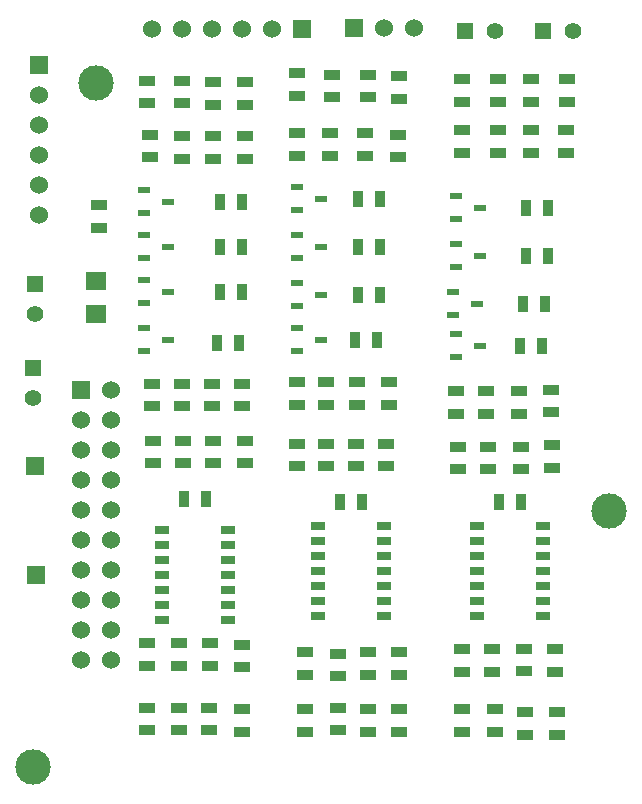
<source format=gts>
G04 (created by PCBNEW (2013-07-07 BZR 4022)-stable) date 22/01/2014 07:55:25*
%MOIN*%
G04 Gerber Fmt 3.4, Leading zero omitted, Abs format*
%FSLAX34Y34*%
G01*
G70*
G90*
G04 APERTURE LIST*
%ADD10C,0.00590551*%
%ADD11C,0.11811*%
%ADD12R,0.06X0.06*%
%ADD13C,0.06*%
%ADD14R,0.0709X0.0629*%
%ADD15R,0.0394X0.0236*%
%ADD16R,0.05X0.025*%
%ADD17R,0.055X0.055*%
%ADD18C,0.055*%
%ADD19R,0.035X0.055*%
%ADD20R,0.055X0.035*%
G04 APERTURE END LIST*
G54D10*
G54D11*
X67600Y-54000D03*
X50500Y-39750D03*
X48400Y-62550D03*
G54D12*
X59100Y-37900D03*
G54D13*
X60100Y-37900D03*
X61100Y-37900D03*
G54D14*
X50500Y-47459D03*
X50500Y-46341D03*
G54D15*
X52084Y-46325D03*
X52916Y-46700D03*
X52084Y-47075D03*
X62484Y-45125D03*
X63316Y-45500D03*
X62484Y-45875D03*
X62484Y-43525D03*
X63316Y-43900D03*
X62484Y-44275D03*
X52084Y-44825D03*
X52916Y-45200D03*
X52084Y-45575D03*
X52084Y-47925D03*
X52916Y-48300D03*
X52084Y-48675D03*
X52084Y-43325D03*
X52916Y-43700D03*
X52084Y-44075D03*
G54D12*
X57350Y-37950D03*
G54D13*
X56350Y-37950D03*
X55350Y-37950D03*
X54350Y-37950D03*
X53350Y-37950D03*
X52350Y-37950D03*
G54D15*
X57184Y-44825D03*
X58016Y-45200D03*
X57184Y-45575D03*
X57184Y-43225D03*
X58016Y-43600D03*
X57184Y-43975D03*
X57184Y-47925D03*
X58016Y-48300D03*
X57184Y-48675D03*
X57184Y-46425D03*
X58016Y-46800D03*
X57184Y-47175D03*
G54D16*
X54900Y-57650D03*
X54900Y-57150D03*
X54900Y-56650D03*
X54900Y-56150D03*
X54900Y-55650D03*
X54900Y-55150D03*
X54900Y-54650D03*
X52700Y-54650D03*
X52700Y-55150D03*
X52700Y-55650D03*
X52700Y-56150D03*
X52700Y-56650D03*
X52700Y-57150D03*
X52700Y-57650D03*
X60100Y-57500D03*
X60100Y-57000D03*
X60100Y-56500D03*
X60100Y-56000D03*
X60100Y-55500D03*
X60100Y-55000D03*
X60100Y-54500D03*
X57900Y-54500D03*
X57900Y-55000D03*
X57900Y-55500D03*
X57900Y-56000D03*
X57900Y-56500D03*
X57900Y-57000D03*
X57900Y-57500D03*
X65400Y-57500D03*
X65400Y-57000D03*
X65400Y-56500D03*
X65400Y-56000D03*
X65400Y-55500D03*
X65400Y-55000D03*
X65400Y-54500D03*
X63200Y-54500D03*
X63200Y-55000D03*
X63200Y-55500D03*
X63200Y-56000D03*
X63200Y-56500D03*
X63200Y-57000D03*
X63200Y-57500D03*
G54D15*
X62384Y-46725D03*
X63216Y-47100D03*
X62384Y-47475D03*
X62484Y-48125D03*
X63316Y-48500D03*
X62484Y-48875D03*
G54D12*
X48500Y-56150D03*
X48450Y-52500D03*
X48600Y-39150D03*
G54D13*
X48600Y-40150D03*
X48600Y-41150D03*
X48600Y-42150D03*
X48600Y-43150D03*
X48600Y-44150D03*
G54D17*
X48400Y-49250D03*
G54D18*
X48400Y-50250D03*
G54D17*
X48450Y-46450D03*
G54D18*
X48450Y-47450D03*
G54D17*
X62800Y-38000D03*
G54D18*
X63800Y-38000D03*
G54D17*
X65400Y-38000D03*
G54D18*
X66400Y-38000D03*
G54D19*
X54175Y-53600D03*
X53425Y-53600D03*
X63925Y-53700D03*
X64675Y-53700D03*
X59375Y-53700D03*
X58625Y-53700D03*
G54D20*
X53250Y-61325D03*
X53250Y-60575D03*
X52200Y-60575D03*
X52200Y-61325D03*
X52300Y-42225D03*
X52300Y-41475D03*
X55350Y-60625D03*
X55350Y-61375D03*
X54250Y-61325D03*
X54250Y-60575D03*
X53350Y-42275D03*
X53350Y-41525D03*
X53250Y-59175D03*
X53250Y-58425D03*
X52200Y-58425D03*
X52200Y-59175D03*
X52200Y-39675D03*
X52200Y-40425D03*
X53350Y-39675D03*
X53350Y-40425D03*
X54300Y-59175D03*
X54300Y-58425D03*
X55350Y-58475D03*
X55350Y-59225D03*
X54400Y-52425D03*
X54400Y-51675D03*
X55450Y-42275D03*
X55450Y-41525D03*
X53400Y-51675D03*
X53400Y-52425D03*
X55450Y-52425D03*
X55450Y-51675D03*
X52400Y-51675D03*
X52400Y-52425D03*
X54400Y-42275D03*
X54400Y-41525D03*
X54350Y-50525D03*
X54350Y-49775D03*
X55450Y-39725D03*
X55450Y-40475D03*
X52350Y-49775D03*
X52350Y-50525D03*
X54400Y-39725D03*
X54400Y-40475D03*
X58550Y-61325D03*
X58550Y-60575D03*
X59450Y-42175D03*
X59450Y-41425D03*
X57200Y-51775D03*
X57200Y-52525D03*
X60550Y-42225D03*
X60550Y-41475D03*
X59150Y-52525D03*
X59150Y-51775D03*
G54D19*
X55375Y-45200D03*
X54625Y-45200D03*
X55375Y-43700D03*
X54625Y-43700D03*
G54D20*
X57200Y-42175D03*
X57200Y-41425D03*
X57450Y-60625D03*
X57450Y-61375D03*
X50600Y-43825D03*
X50600Y-44575D03*
X63800Y-61375D03*
X63800Y-60625D03*
X62700Y-60625D03*
X62700Y-61375D03*
X62700Y-42075D03*
X62700Y-41325D03*
X63900Y-42075D03*
X63900Y-41325D03*
X64800Y-61475D03*
X64800Y-60725D03*
X65850Y-60725D03*
X65850Y-61475D03*
X64650Y-52625D03*
X64650Y-51875D03*
X65700Y-52575D03*
X65700Y-51825D03*
X66150Y-42075D03*
X66150Y-41325D03*
X62550Y-51875D03*
X62550Y-52625D03*
X63550Y-51875D03*
X63550Y-52625D03*
X65000Y-42075D03*
X65000Y-41325D03*
X55350Y-50525D03*
X55350Y-49775D03*
X53350Y-49775D03*
X53350Y-50525D03*
X60150Y-52525D03*
X60150Y-51775D03*
X58150Y-51775D03*
X58150Y-52525D03*
X58300Y-42175D03*
X58300Y-41425D03*
X58150Y-49725D03*
X58150Y-50475D03*
X60250Y-50475D03*
X60250Y-49725D03*
X57450Y-58725D03*
X57450Y-59475D03*
X58550Y-59525D03*
X58550Y-58775D03*
X59550Y-39475D03*
X59550Y-40225D03*
X57200Y-49725D03*
X57200Y-50475D03*
X60600Y-39525D03*
X60600Y-40275D03*
X59200Y-50475D03*
X59200Y-49725D03*
X60600Y-58725D03*
X60600Y-59475D03*
X59550Y-59475D03*
X59550Y-58725D03*
X58350Y-39475D03*
X58350Y-40225D03*
X57200Y-39425D03*
X57200Y-40175D03*
G54D19*
X55375Y-46700D03*
X54625Y-46700D03*
X55275Y-48400D03*
X54525Y-48400D03*
X59975Y-43600D03*
X59225Y-43600D03*
X59975Y-45200D03*
X59225Y-45200D03*
X65575Y-45500D03*
X64825Y-45500D03*
X65575Y-43900D03*
X64825Y-43900D03*
X59875Y-48300D03*
X59125Y-48300D03*
X59975Y-46800D03*
X59225Y-46800D03*
G54D20*
X59550Y-61375D03*
X59550Y-60625D03*
X60600Y-60625D03*
X60600Y-61375D03*
X63700Y-59375D03*
X63700Y-58625D03*
X62700Y-58625D03*
X62700Y-59375D03*
X62700Y-39625D03*
X62700Y-40375D03*
X63900Y-39625D03*
X63900Y-40375D03*
X64774Y-59349D03*
X64774Y-58599D03*
X65800Y-58625D03*
X65800Y-59375D03*
X64600Y-50775D03*
X64600Y-50025D03*
X65650Y-50725D03*
X65650Y-49975D03*
X66200Y-39625D03*
X66200Y-40375D03*
X62500Y-50025D03*
X62500Y-50775D03*
X63500Y-50025D03*
X63500Y-50775D03*
X65000Y-39625D03*
X65000Y-40375D03*
G54D19*
X65375Y-48500D03*
X64625Y-48500D03*
X65475Y-47100D03*
X64725Y-47100D03*
G54D12*
X50000Y-49984D03*
G54D13*
X51000Y-49984D03*
X50000Y-50984D03*
X51000Y-50984D03*
X50000Y-51984D03*
X51000Y-51984D03*
X50000Y-52984D03*
X51000Y-52984D03*
X50000Y-53984D03*
X51000Y-53984D03*
X50000Y-54984D03*
X51000Y-54984D03*
X50000Y-55984D03*
X51000Y-55984D03*
X50000Y-56984D03*
X51000Y-56984D03*
X50000Y-57984D03*
X51000Y-57984D03*
X50000Y-58984D03*
X51000Y-58984D03*
M02*

</source>
